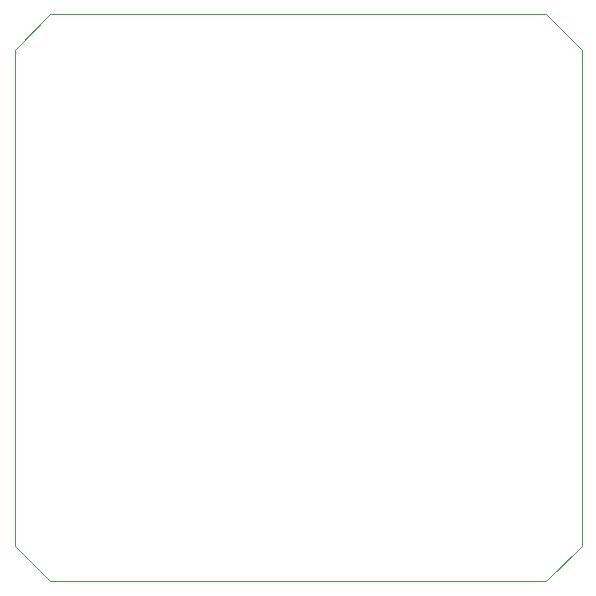
<source format=gko>
G04*
G04 #@! TF.GenerationSoftware,Altium Limited,Altium Designer,20.2.7 (254)*
G04*
G04 Layer_Color=16711935*
%FSLAX25Y25*%
%MOIN*%
G70*
G04*
G04 #@! TF.SameCoordinates,FBE84B92-D195-4989-AC34-508FE9173FC9*
G04*
G04*
G04 #@! TF.FilePolarity,Positive*
G04*
G01*
G75*
%ADD12C,0.00394*%
D12*
X62992Y192913D02*
Y358268D01*
Y192913D02*
X74803Y181102D01*
Y181102D02*
Y181102D01*
Y181102D02*
X240158D01*
X251969Y192913D01*
Y192913D01*
Y358268D01*
X240158Y370079D02*
X251969Y358268D01*
X74803Y370079D02*
X240158D01*
X62992Y358268D02*
X74803Y370079D01*
M02*

</source>
